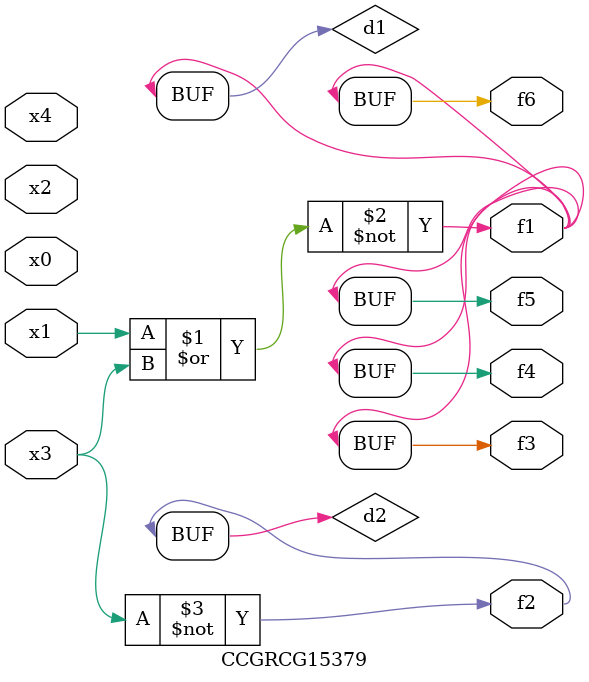
<source format=v>
module CCGRCG15379(
	input x0, x1, x2, x3, x4,
	output f1, f2, f3, f4, f5, f6
);

	wire d1, d2;

	nor (d1, x1, x3);
	not (d2, x3);
	assign f1 = d1;
	assign f2 = d2;
	assign f3 = d1;
	assign f4 = d1;
	assign f5 = d1;
	assign f6 = d1;
endmodule

</source>
